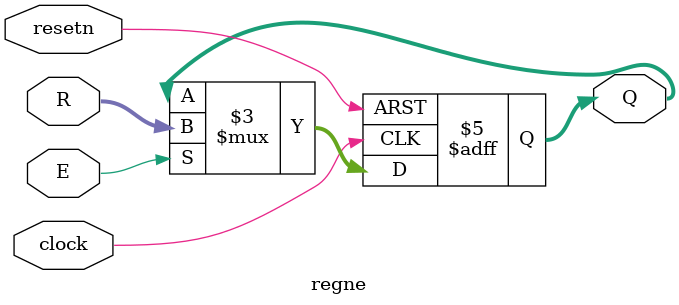
<source format=sv>
module regne
#(parameter n = 8)
(
	input logic [n-1:0] R,
	input logic clock, resetn, E,
	output logic [n-1:0] Q
);

	always_ff @(posedge clock or negedge resetn) begin
		if (resetn == 0)
			Q <= 0;
		else if (E)
			Q <= R;
	end

endmodule

</source>
